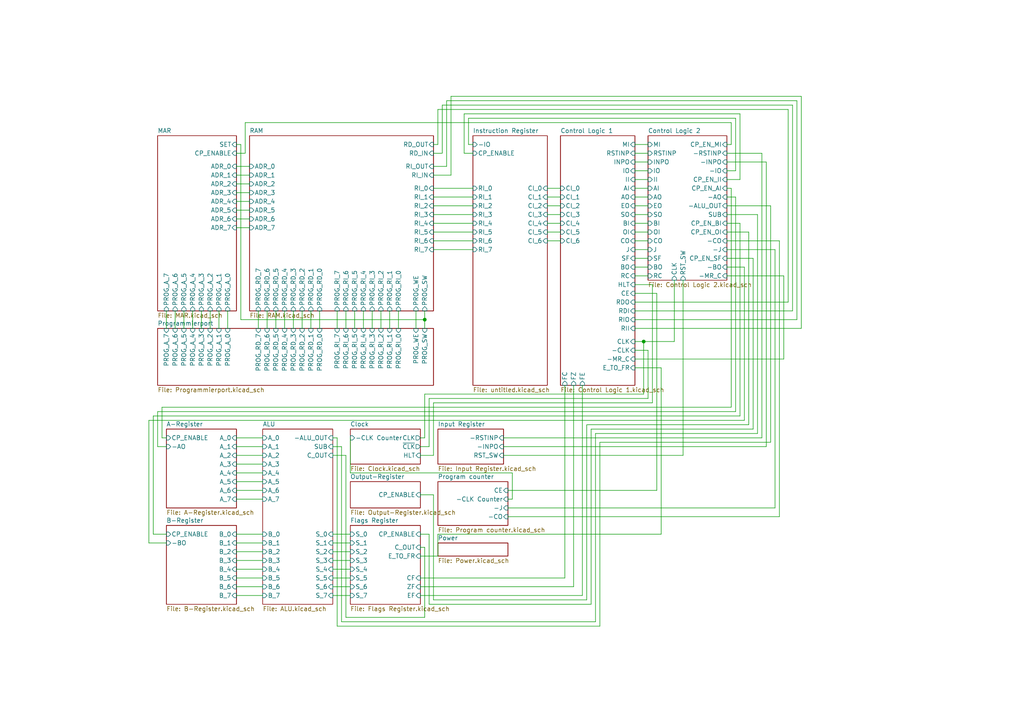
<source format=kicad_sch>
(kicad_sch (version 20230121) (generator eeschema)
  (paper "A4")
  (title_block (title "SAP-Extended") (date "2023-07-12") (rev "1"))
  (lib_symbols)
  (junction (at 123.19 92.71))
  (junction (at 186.69 99.06))
  (wire (pts (xy 124.46 175.26) (xy 171.45 175.26)))
  (wire (pts (xy 102.87 90.17) (xy 102.87 95.25)))
  (wire (pts (xy 68.58 58.42) (xy 72.39 58.42)))
  (wire (pts (xy 121.92 170.18) (xy 166.37 170.18)))
  (wire (pts (xy 123.19 114.3) (xy 186.69 114.3)))
  (wire (pts (xy 215.9 121.92) (xy 215.9 77.47)))
  (wire (pts (xy 113.03 90.17) (xy 113.03 95.25)))
  (wire (pts (xy 68.58 144.78) (xy 76.2 144.78)))
  (wire (pts (xy 124.46 115.57) (xy 187.96 115.57)))
  (wire (pts (xy 68.58 165.1) (xy 76.2 165.1)))
  (wire (pts (xy 184.15 67.31) (xy 187.96 67.31)))
  (wire (pts (xy 227.33 104.14) (xy 184.15 104.14)))
  (wire (pts (xy 158.75 57.15) (xy 162.56 57.15)))
  (wire (pts (xy 68.58 53.34) (xy 72.39 53.34)))
  (wire (pts (xy 195.58 81.28) (xy 195.58 99.06)))
  (wire (pts (xy 121.92 154.94) (xy 124.46 154.94)))
  (wire (pts (xy 69.85 92.71) (xy 123.19 92.71)))
  (wire (pts (xy 68.58 157.48) (xy 76.2 157.48)))
  (wire (pts (xy 184.15 49.53) (xy 187.96 49.53)))
  (wire (pts (xy 134.62 33.02) (xy 134.62 44.45)))
  (wire (pts (xy 130.81 27.94) (xy 130.81 50.8)))
  (wire (pts (xy 125.73 143.51) (xy 125.73 173.99)))
  (wire (pts (xy 68.58 154.94) (xy 76.2 154.94)))
  (wire (pts (xy 68.58 63.5) (xy 72.39 63.5)))
  (wire (pts (xy 184.15 72.39) (xy 187.96 72.39)))
  (wire (pts (xy 101.6 137.16) (xy 101.6 127)))
  (wire (pts (xy 46.99 127) (xy 46.99 118.11)))
  (wire (pts (xy 127 154.94) (xy 191.77 154.94)))
  (wire (pts (xy 121.92 158.75) (xy 123.19 158.75)))
  (wire (pts (xy 218.44 124.46) (xy 218.44 74.93)))
  (wire (pts (xy 224.79 72.39) (xy 210.82 72.39)))
  (wire (pts (xy 172.72 180.34) (xy 172.72 125.73)))
  (wire (pts (xy 184.15 62.23) (xy 187.96 62.23)))
  (wire (pts (xy 45.72 129.54) (xy 45.72 119.38)))
  (wire (pts (xy 158.75 59.69) (xy 162.56 59.69)))
  (wire (pts (xy 168.91 172.72) (xy 168.91 111.76)))
  (wire (pts (xy 163.83 111.76) (xy 163.83 167.64)))
  (wire (pts (xy 190.5 85.09) (xy 184.15 85.09)))
  (wire (pts (xy 134.62 44.45) (xy 137.16 44.45)))
  (wire (pts (xy 66.04 90.17) (xy 66.04 95.25)))
  (wire (pts (xy 48.26 90.17) (xy 48.26 95.25)))
  (wire (pts (xy 97.79 181.61) (xy 173.99 181.61)))
  (wire (pts (xy 80.01 90.17) (xy 80.01 95.25)))
  (wire (pts (xy 135.89 34.29) (xy 135.89 41.91)))
  (wire (pts (xy 68.58 142.24) (xy 76.2 142.24)))
  (wire (pts (xy 124.46 154.94) (xy 124.46 175.26)))
  (wire (pts (xy 191.77 106.68) (xy 191.77 154.94)))
  (wire (pts (xy 68.58 170.18) (xy 76.2 170.18)))
  (wire (pts (xy 127 31.75) (xy 127 41.91)))
  (wire (pts (xy 96.52 170.18) (xy 101.6 170.18)))
  (wire (pts (xy 170.18 123.19) (xy 217.17 123.19)))
  (wire (pts (xy 226.06 69.85) (xy 210.82 69.85)))
  (wire (pts (xy 147.32 144.78) (xy 148.59 144.78)))
  (wire (pts (xy 190.5 142.24) (xy 190.5 85.09)))
  (wire (pts (xy 189.23 82.55) (xy 184.15 82.55)))
  (wire (pts (xy 158.75 64.77) (xy 162.56 64.77)))
  (wire (pts (xy 107.95 90.17) (xy 107.95 95.25)))
  (wire (pts (xy 214.63 33.02) (xy 134.62 33.02)))
  (wire (pts (xy 68.58 60.96) (xy 72.39 60.96)))
  (wire (pts (xy 219.71 62.23) (xy 210.82 62.23)))
  (wire (pts (xy 171.45 124.46) (xy 218.44 124.46)))
  (wire (pts (xy 99.06 180.34) (xy 172.72 180.34)))
  (wire (pts (xy 121.92 129.54) (xy 124.46 129.54)))
  (wire (pts (xy 115.57 90.17) (xy 115.57 95.25)))
  (wire (pts (xy 100.33 132.08) (xy 96.52 132.08)))
  (wire (pts (xy 123.19 127) (xy 123.19 114.3)))
  (wire (pts (xy 48.26 129.54) (xy 45.72 129.54)))
  (wire (pts (xy 68.58 172.72) (xy 76.2 172.72)))
  (wire (pts (xy 96.52 129.54) (xy 99.06 129.54)))
  (wire (pts (xy 222.25 129.54) (xy 222.25 46.99)))
  (wire (pts (xy 68.58 132.08) (xy 76.2 132.08)))
  (wire (pts (xy 186.69 114.3) (xy 186.69 99.06)))
  (wire (pts (xy 100.33 179.07) (xy 100.33 132.08)))
  (wire (pts (xy 44.45 154.94) (xy 48.26 154.94)))
  (wire (pts (xy 212.09 118.11) (xy 212.09 54.61)))
  (wire (pts (xy 90.17 90.17) (xy 90.17 95.25)))
  (wire (pts (xy 130.81 27.94) (xy 232.41 27.94)))
  (wire (pts (xy 171.45 175.26) (xy 171.45 124.46)))
  (wire (pts (xy 172.72 125.73) (xy 219.71 125.73)))
  (wire (pts (xy 44.45 154.94) (xy 44.45 120.65)))
  (wire (pts (xy 127 31.75) (xy 228.6 31.75)))
  (wire (pts (xy 184.15 46.99) (xy 187.96 46.99)))
  (wire (pts (xy 97.79 90.17) (xy 97.79 95.25)))
  (wire (pts (xy 123.19 90.17) (xy 123.19 92.71)))
  (wire (pts (xy 125.73 59.69) (xy 137.16 59.69)))
  (wire (pts (xy 82.55 90.17) (xy 82.55 95.25)))
  (wire (pts (xy 68.58 137.16) (xy 76.2 137.16)))
  (wire (pts (xy 68.58 134.62) (xy 76.2 134.62)))
  (wire (pts (xy 184.15 59.69) (xy 187.96 59.69)))
  (wire (pts (xy 227.33 80.01) (xy 227.33 104.14)))
  (wire (pts (xy 229.87 90.17) (xy 229.87 30.48)))
  (wire (pts (xy 127 41.91) (xy 125.73 41.91)))
  (wire (pts (xy 213.36 49.53) (xy 213.36 34.29)))
  (wire (pts (xy 125.73 57.15) (xy 137.16 57.15)))
  (wire (pts (xy 212.09 35.56) (xy 212.09 41.91)))
  (wire (pts (xy 210.82 49.53) (xy 213.36 49.53)))
  (wire (pts (xy 232.41 95.25) (xy 232.41 27.94)))
  (wire (pts (xy 223.52 59.69) (xy 210.82 59.69)))
  (wire (pts (xy 127 161.29) (xy 127 154.94)))
  (wire (pts (xy 48.26 157.48) (xy 43.18 157.48)))
  (wire (pts (xy 128.27 30.48) (xy 128.27 44.45)))
  (wire (pts (xy 96.52 157.48) (xy 101.6 157.48)))
  (wire (pts (xy 184.15 87.63) (xy 228.6 87.63)))
  (wire (pts (xy 46.99 118.11) (xy 212.09 118.11)))
  (wire (pts (xy 195.58 99.06) (xy 186.69 99.06)))
  (wire (pts (xy 184.15 69.85) (xy 187.96 69.85)))
  (wire (pts (xy 128.27 30.48) (xy 229.87 30.48)))
  (wire (pts (xy 125.73 67.31) (xy 137.16 67.31)))
  (wire (pts (xy 217.17 123.19) (xy 217.17 67.31)))
  (wire (pts (xy 212.09 41.91) (xy 210.82 41.91)))
  (wire (pts (xy 146.05 127) (xy 220.98 127)))
  (wire (pts (xy 68.58 55.88) (xy 72.39 55.88)))
  (wire (pts (xy 125.73 69.85) (xy 137.16 69.85)))
  (wire (pts (xy 170.18 173.99) (xy 170.18 123.19)))
  (wire (pts (xy 217.17 67.31) (xy 210.82 67.31)))
  (wire (pts (xy 220.98 127) (xy 220.98 44.45)))
  (wire (pts (xy 125.73 64.77) (xy 137.16 64.77)))
  (wire (pts (xy 148.59 137.16) (xy 101.6 137.16)))
  (wire (pts (xy 213.36 119.38) (xy 213.36 57.15)))
  (wire (pts (xy 68.58 139.7) (xy 76.2 139.7)))
  (wire (pts (xy 44.45 120.65) (xy 214.63 120.65)))
  (wire (pts (xy 228.6 87.63) (xy 228.6 31.75)))
  (wire (pts (xy 220.98 44.45) (xy 210.82 44.45)))
  (wire (pts (xy 68.58 129.54) (xy 76.2 129.54)))
  (wire (pts (xy 128.27 44.45) (xy 125.73 44.45)))
  (wire (pts (xy 96.52 167.64) (xy 101.6 167.64)))
  (wire (pts (xy 105.41 90.17) (xy 105.41 95.25)))
  (wire (pts (xy 53.34 90.17) (xy 53.34 95.25)))
  (wire (pts (xy 213.36 57.15) (xy 210.82 57.15)))
  (wire (pts (xy 92.71 90.17) (xy 92.71 95.25)))
  (wire (pts (xy 218.44 74.93) (xy 210.82 74.93)))
  (wire (pts (xy 184.15 64.77) (xy 187.96 64.77)))
  (wire (pts (xy 71.12 35.56) (xy 212.09 35.56)))
  (wire (pts (xy 77.47 90.17) (xy 77.47 95.25)))
  (wire (pts (xy 125.73 132.08) (xy 125.73 116.84)))
  (wire (pts (xy 184.15 95.25) (xy 232.41 95.25)))
  (wire (pts (xy 43.18 157.48) (xy 43.18 121.92)))
  (wire (pts (xy 214.63 52.07) (xy 214.63 33.02)))
  (wire (pts (xy 173.99 128.27) (xy 223.52 128.27)))
  (wire (pts (xy 68.58 48.26) (xy 72.39 48.26)))
  (wire (pts (xy 146.05 129.54) (xy 222.25 129.54)))
  (wire (pts (xy 187.96 115.57) (xy 187.96 101.6)))
  (wire (pts (xy 130.81 50.8) (xy 125.73 50.8)))
  (wire (pts (xy 223.52 128.27) (xy 223.52 59.69)))
  (wire (pts (xy 97.79 127) (xy 97.79 181.61)))
  (wire (pts (xy 68.58 66.04) (xy 72.39 66.04)))
  (wire (pts (xy 120.65 90.17) (xy 120.65 95.25)))
  (wire (pts (xy 121.92 143.51) (xy 125.73 143.51)))
  (wire (pts (xy 69.85 41.91) (xy 69.85 92.71)))
  (wire (pts (xy 135.89 41.91) (xy 137.16 41.91)))
  (wire (pts (xy 129.54 29.21) (xy 231.14 29.21)))
  (wire (pts (xy 184.15 41.91) (xy 187.96 41.91)))
  (wire (pts (xy 60.96 90.17) (xy 60.96 95.25)))
  (wire (pts (xy 99.06 129.54) (xy 99.06 180.34)))
  (wire (pts (xy 68.58 50.8) (xy 72.39 50.8)))
  (wire (pts (xy 125.73 116.84) (xy 189.23 116.84)))
  (wire (pts (xy 184.15 54.61) (xy 187.96 54.61)))
  (wire (pts (xy 184.15 80.01) (xy 187.96 80.01)))
  (wire (pts (xy 186.69 99.06) (xy 184.15 99.06)))
  (wire (pts (xy 121.92 127) (xy 123.19 127)))
  (wire (pts (xy 121.92 167.64) (xy 163.83 167.64)))
  (wire (pts (xy 125.73 72.39) (xy 137.16 72.39)))
  (wire (pts (xy 63.5 90.17) (xy 63.5 95.25)))
  (wire (pts (xy 158.75 67.31) (xy 162.56 67.31)))
  (wire (pts (xy 184.15 106.68) (xy 191.77 106.68)))
  (wire (pts (xy 158.75 54.61) (xy 162.56 54.61)))
  (wire (pts (xy 173.99 181.61) (xy 173.99 128.27)))
  (wire (pts (xy 226.06 149.86) (xy 226.06 69.85)))
  (wire (pts (xy 222.25 46.99) (xy 210.82 46.99)))
  (wire (pts (xy 214.63 64.77) (xy 210.82 64.77)))
  (wire (pts (xy 43.18 121.92) (xy 215.9 121.92)))
  (wire (pts (xy 96.52 172.72) (xy 101.6 172.72)))
  (wire (pts (xy 147.32 149.86) (xy 226.06 149.86)))
  (wire (pts (xy 50.8 90.17) (xy 50.8 95.25)))
  (wire (pts (xy 68.58 167.64) (xy 76.2 167.64)))
  (wire (pts (xy 45.72 119.38) (xy 213.36 119.38)))
  (wire (pts (xy 214.63 120.65) (xy 214.63 64.77)))
  (wire (pts (xy 87.63 90.17) (xy 87.63 95.25)))
  (wire (pts (xy 74.93 90.17) (xy 74.93 95.25)))
  (wire (pts (xy 96.52 127) (xy 97.79 127)))
  (wire (pts (xy 166.37 170.18) (xy 166.37 111.76)))
  (wire (pts (xy 231.14 92.71) (xy 231.14 29.21)))
  (wire (pts (xy 129.54 29.21) (xy 129.54 48.26)))
  (wire (pts (xy 184.15 90.17) (xy 229.87 90.17)))
  (wire (pts (xy 96.52 165.1) (xy 101.6 165.1)))
  (wire (pts (xy 68.58 127) (xy 76.2 127)))
  (wire (pts (xy 100.33 90.17) (xy 100.33 95.25)))
  (wire (pts (xy 158.75 62.23) (xy 162.56 62.23)))
  (wire (pts (xy 68.58 44.45) (xy 71.12 44.45)))
  (wire (pts (xy 219.71 125.73) (xy 219.71 62.23)))
  (wire (pts (xy 224.79 147.32) (xy 224.79 72.39)))
  (wire (pts (xy 158.75 69.85) (xy 162.56 69.85)))
  (wire (pts (xy 184.15 52.07) (xy 187.96 52.07)))
  (wire (pts (xy 96.52 160.02) (xy 101.6 160.02)))
  (wire (pts (xy 146.05 132.08) (xy 198.12 132.08)))
  (wire (pts (xy 123.19 179.07) (xy 100.33 179.07)))
  (wire (pts (xy 125.73 62.23) (xy 137.16 62.23)))
  (wire (pts (xy 123.19 158.75) (xy 123.19 179.07)))
  (wire (pts (xy 96.52 154.94) (xy 101.6 154.94)))
  (wire (pts (xy 85.09 90.17) (xy 85.09 95.25)))
  (wire (pts (xy 125.73 173.99) (xy 170.18 173.99)))
  (wire (pts (xy 210.82 80.01) (xy 227.33 80.01)))
  (wire (pts (xy 125.73 54.61) (xy 137.16 54.61)))
  (wire (pts (xy 148.59 144.78) (xy 148.59 137.16)))
  (wire (pts (xy 71.12 44.45) (xy 71.12 35.56)))
  (wire (pts (xy 123.19 92.71) (xy 123.19 95.25)))
  (wire (pts (xy 68.58 41.91) (xy 69.85 41.91)))
  (wire (pts (xy 68.58 160.02) (xy 76.2 160.02)))
  (wire (pts (xy 184.15 92.71) (xy 231.14 92.71)))
  (wire (pts (xy 189.23 116.84) (xy 189.23 82.55)))
  (wire (pts (xy 213.36 34.29) (xy 135.89 34.29)))
  (wire (pts (xy 68.58 162.56) (xy 76.2 162.56)))
  (wire (pts (xy 184.15 44.45) (xy 187.96 44.45)))
  (wire (pts (xy 212.09 54.61) (xy 210.82 54.61)))
  (wire (pts (xy 58.42 90.17) (xy 58.42 95.25)))
  (wire (pts (xy 210.82 52.07) (xy 214.63 52.07)))
  (wire (pts (xy 121.92 172.72) (xy 168.91 172.72)))
  (wire (pts (xy 215.9 77.47) (xy 210.82 77.47)))
  (wire (pts (xy 147.32 142.24) (xy 190.5 142.24)))
  (wire (pts (xy 184.15 77.47) (xy 187.96 77.47)))
  (wire (pts (xy 184.15 57.15) (xy 187.96 57.15)))
  (wire (pts (xy 121.92 132.08) (xy 125.73 132.08)))
  (wire (pts (xy 124.46 129.54) (xy 124.46 115.57)))
  (wire (pts (xy 55.88 90.17) (xy 55.88 95.25)))
  (wire (pts (xy 187.96 101.6) (xy 184.15 101.6)))
  (wire (pts (xy 147.32 147.32) (xy 224.79 147.32)))
  (wire (pts (xy 184.15 74.93) (xy 187.96 74.93)))
  (wire (pts (xy 129.54 48.26) (xy 125.73 48.26)))
  (wire (pts (xy 198.12 132.08) (xy 198.12 81.28)))
  (wire (pts (xy 121.92 161.29) (xy 127 161.29)))
  (wire (pts (xy 48.26 127) (xy 46.99 127)))
  (wire (pts (xy 96.52 162.56) (xy 101.6 162.56)))
  (wire (pts (xy 110.49 90.17) (xy 110.49 95.25)))
  (sheet (at 162.56 39.37) (size 21.59 72.39) (stroke (width 0.1524))
    (property "Sheetname" "Control Logic 1" (at 162.56 38.6584 0) (effects (justify left bottom)))
    (property "Sheetfile" "Control Logic 1.kicad_sch" (at 162.56 112.3446 0) (effects (justify left top)))
    (pin "RIO" input (at 184.15 92.71 0))
    (pin "RSTINP" input (at 184.15 44.45 0))
    (pin "INPO" input (at 184.15 46.99 0))
    (pin "BO" input (at 184.15 77.47 0))
    (pin "SF" input (at 184.15 74.93 0))
    (pin "RC" input (at 184.15 80.01 0))
    (pin "CE" input (at 184.15 85.09 0))
    (pin "RII" input (at 184.15 95.25 0))
    (pin "CO" input (at 184.15 69.85 0))
    (pin "J" input (at 184.15 72.39 0))
    (pin "OI" input (at 184.15 67.31 0))
    (pin "BI" input (at 184.15 64.77 0))
    (pin "EO" input (at 184.15 59.69 0))
    (pin "SO" input (at 184.15 62.23 0))
    (pin "II" input (at 184.15 52.07 0))
    (pin "IO" input (at 184.15 49.53 0))
    (pin "AI" input (at 184.15 54.61 0))
    (pin "AO" input (at 184.15 57.15 0))
    (pin "RDO" input (at 184.15 87.63 0))
    (pin "RDI" input (at 184.15 90.17 0))
    (pin "HLT" input (at 184.15 82.55 0))
    (pin "MI" input (at 184.15 41.91 0))
    (pin "CI_2" input (at 162.56 59.69 180))
    (pin "CI_0" input (at 162.56 54.61 180))
    (pin "CI_4" input (at 162.56 64.77 180))
    (pin "CI_3" input (at 162.56 62.23 180))
    (pin "CI_1" input (at 162.56 57.15 180))
    (pin "CI_5" input (at 162.56 67.31 180))
    (pin "CI_6" input (at 162.56 69.85 180))
    (pin "-MR_C" input (at 184.15 104.14 0))
    (pin "-CLK" input (at 184.15 101.6 0))
    (pin "FZ" input (at 166.37 111.76 270))
    (pin "FC" input (at 163.83 111.76 270))
    (pin "CLK" input (at 184.15 99.06 0))
    (pin "FE" input (at 168.91 111.76 270))
    (pin "E_TO_FR" input (at 184.15 106.68 0))
  )
  (sheet (at 127 157.48) (size 20.32 3.81) (stroke (width 0.1524))
    (property "Sheetname" "Power" (at 127 156.7684 0) (effects (justify left bottom)))
    (property "Sheetfile" "Power.kicad_sch" (at 127 161.8746 0) (effects (justify left top)))
  )
  (sheet (at 48.26 124.46) (size 20.32 22.86) (stroke (width 0.1524))
    (property "Sheetname" "A-Register" (at 48.26 123.7484 0) (effects (justify left bottom)))
    (property "Sheetfile" "A-Register.kicad_sch" (at 48.26 147.9046 0) (effects (justify left top)))
    (pin "A_0" input (at 68.58 127 0))
    (pin "A_1" input (at 68.58 129.54 0))
    (pin "A_2" input (at 68.58 132.08 0))
    (pin "A_3" input (at 68.58 134.62 0))
    (pin "A_4" input (at 68.58 137.16 0))
    (pin "A_5" input (at 68.58 139.7 0))
    (pin "A_6" input (at 68.58 142.24 0))
    (pin "A_7" input (at 68.58 144.78 0))
    (pin "CP_ENABLE" input (at 48.26 127 180))
    (pin "-AO" input (at 48.26 129.54 180))
  )
  (sheet (at 101.6 124.46) (size 20.32 10.16) (stroke (width 0.1524))
    (property "Sheetname" "Clock" (at 101.6 123.7484 0) (effects (justify left bottom)))
    (property "Sheetfile" "Clock.kicad_sch" (at 101.6 135.2046 0) (effects (justify left top)))
    (pin "CLK" output (at 121.92 127 0))
    (pin "~{CLK}" output (at 121.92 129.54 0))
    (pin "HLT" input (at 121.92 132.08 0))
    (pin "-CLK Counter" input (at 101.6 127 180))
  )
  (sheet (at 137.16 39.37) (size 21.59 72.39) (stroke (width 0.1524))
    (property "Sheetname" "Instruction Register" (at 137.16 38.6584 0) (effects (justify left bottom)))
    (property "Sheetfile" "untitled.kicad_sch" (at 137.16 112.3446 0) (effects (justify left top)))
    (pin "RI_1" input (at 137.16 57.15 180))
    (pin "RI_2" input (at 137.16 59.69 180))
    (pin "RI_3" input (at 137.16 62.23 180))
    (pin "RI_4" input (at 137.16 64.77 180))
    (pin "RI_5" input (at 137.16 67.31 180))
    (pin "RI_6" input (at 137.16 69.85 180))
    (pin "RI_7" input (at 137.16 72.39 180))
    (pin "RI_0" input (at 137.16 54.61 180))
    (pin "-IO" input (at 137.16 41.91 180))
    (pin "CP_ENABLE" input (at 137.16 44.45 180))
    (pin "CI_2" input (at 158.75 59.69 0))
    (pin "CI_1" input (at 158.75 57.15 0))
    (pin "CI_0" input (at 158.75 54.61 0))
    (pin "CI_3" input (at 158.75 62.23 0))
    (pin "CI_6" input (at 158.75 69.85 0))
    (pin "CI_5" input (at 158.75 67.31 0))
    (pin "CI_4" input (at 158.75 64.77 0))
  )
  (sheet (at 45.72 95.25) (size 80.01 16.51) (stroke (width 0.1524))
    (property "Sheetname" "Programmierport" (at 45.72 94.5384 0) (effects (justify left bottom)))
    (property "Sheetfile" "Programmierport.kicad_sch" (at 45.72 112.3446 0) (effects (justify left top)))
    (pin "PROG_A_5" input (at 53.34 95.25 90))
    (pin "PROG_RI_7" input (at 97.79 95.25 90))
    (pin "PROG_A_6" input (at 50.8 95.25 90))
    (pin "PROG_A_7" input (at 48.26 95.25 90))
    (pin "PROG_A_0" input (at 66.04 95.25 90))
    (pin "PROG_RI_6" input (at 100.33 95.25 90))
    (pin "PROG_WE" input (at 120.65 95.25 90))
    (pin "PROG_SW" input (at 123.19 95.25 90))
    (pin "PROG_A_3" input (at 58.42 95.25 90))
    (pin "PROG_A_4" input (at 55.88 95.25 90))
    (pin "PROG_A_2" input (at 60.96 95.25 90))
    (pin "PROG_A_1" input (at 63.5 95.25 90))
    (pin "PROG_RI_2" input (at 110.49 95.25 90))
    (pin "PROG_RI_3" input (at 107.95 95.25 90))
    (pin "PROG_RI_4" input (at 105.41 95.25 90))
    (pin "PROG_RI_5" input (at 102.87 95.25 90))
    (pin "PROG_RD_0" input (at 92.71 95.25 90))
    (pin "PROG_RD_1" input (at 90.17 95.25 90))
    (pin "PROG_RD_2" input (at 87.63 95.25 90))
    (pin "PROG_RD_3" input (at 85.09 95.25 90))
    (pin "PROG_RD_4" input (at 82.55 95.25 90))
    (pin "PROG_RD_5" input (at 80.01 95.25 90))
    (pin "PROG_RD_6" input (at 77.47 95.25 90))
    (pin "PROG_RD_7" input (at 74.93 95.25 90))
    (pin "PROG_RI_0" input (at 115.57 95.25 90))
    (pin "PROG_RI_1" input (at 113.03 95.25 90))
  )
  (sheet (at 72.39 39.37) (size 53.34 50.8) (stroke (width 0.1524))
    (property "Sheetname" "RAM" (at 72.39 38.6584 0) (effects (justify left bottom)))
    (property "Sheetfile" "RAM.kicad_sch" (at 72.39 90.7546 0) (effects (justify left top)))
    (pin "ADR_7" input (at 72.39 66.04 180))
    (pin "ADR_4" input (at 72.39 58.42 180))
    (pin "ADR_5" input (at 72.39 60.96 180))
    (pin "ADR_6" input (at 72.39 63.5 180))
    (pin "ADR_0" input (at 72.39 48.26 180))
    (pin "ADR_2" input (at 72.39 53.34 180))
    (pin "ADR_1" input (at 72.39 50.8 180))
    (pin "ADR_3" input (at 72.39 55.88 180))
    (pin "PROG_RI_1" input (at 113.03 90.17 270))
    (pin "PROG_RI_7" input (at 97.79 90.17 270))
    (pin "PROG_RI_4" input (at 105.41 90.17 270))
    (pin "PROG_RI_5" input (at 102.87 90.17 270))
    (pin "PROG_RI_3" input (at 107.95 90.17 270))
    (pin "PROG_RI_6" input (at 100.33 90.17 270))
    (pin "PROG_RI_2" input (at 110.49 90.17 270))
    (pin "PROG_RI_0" input (at 115.57 90.17 270))
    (pin "RI_OUT" input (at 125.73 48.26 0))
    (pin "PROG_RD_7" input (at 74.93 90.17 270))
    (pin "PROG_RD_5" input (at 80.01 90.17 270))
    (pin "PROG_RD_6" input (at 77.47 90.17 270))
    (pin "PROG_RD_0" input (at 92.71 90.17 270))
    (pin "PROG_RD_4" input (at 82.55 90.17 270))
    (pin "PROG_RD_2" input (at 87.63 90.17 270))
    (pin "PROG_RD_3" input (at 85.09 90.17 270))
    (pin "PROG_RD_1" input (at 90.17 90.17 270))
    (pin "RD_IN" input (at 125.73 44.45 0))
    (pin "PROG_WE" input (at 120.65 90.17 270))
    (pin "RI_IN" input (at 125.73 50.8 0))
    (pin "PROG_SW" input (at 123.19 90.17 270))
    (pin "RD_OUT" input (at 125.73 41.91 0))
    (pin "RI_5" input (at 125.73 67.31 0))
    (pin "RI_6" input (at 125.73 69.85 0))
    (pin "RI_7" input (at 125.73 72.39 0))
    (pin "RI_1" input (at 125.73 57.15 0))
    (pin "RI_2" input (at 125.73 59.69 0))
    (pin "RI_3" input (at 125.73 62.23 0))
    (pin "RI_4" input (at 125.73 64.77 0))
    (pin "RI_0" input (at 125.73 54.61 0))
  )
  (sheet (at 127 124.46) (size 19.05 10.16) (stroke (width 0.1524))
    (property "Sheetname" "Input Register" (at 127 123.7484 0) (effects (justify left bottom)))
    (property "Sheetfile" "Input Register.kicad_sch" (at 127 135.2046 0) (effects (justify left top)))
    (pin "-RSTINP" input (at 146.05 127 0))
    (pin "-INPO" input (at 146.05 129.54 0))
    (pin "RST_SW" input (at 146.05 132.08 0))
  )
  (sheet (at 127 139.7) (size 20.32 12.7) (stroke (width 0.1524))
    (property "Sheetname" "Program counter" (at 127 138.9884 0) (effects (justify left bottom)))
    (property "Sheetfile" "Program counter.kicad_sch" (at 127 152.9846 0) (effects (justify left top)))
    (pin "-J" input (at 147.32 147.32 0))
    (pin "CE" input (at 147.32 142.24 0))
    (pin "-CO" input (at 147.32 149.86 0))
    (pin "-CLK Counter" input (at 147.32 144.78 0))
  )
  (sheet (at 187.96 39.37) (size 22.86 41.91) (stroke (width 0.1524))
    (property "Sheetname" "Control Logic 2" (at 187.96 38.6584 0) (effects (justify left bottom)))
    (property "Sheetfile" "Control Logic 2.kicad_sch" (at 187.96 81.8646 0) (effects (justify left top)))
    (pin "-INPO" input (at 210.82 46.99 0))
    (pin "INPO" input (at 187.96 46.99 180))
    (pin "MI" input (at 187.96 41.91 180))
    (pin "CLK" input (at 195.58 81.28 270))
    (pin "CP_EN_MI" input (at 210.82 41.91 0))
    (pin "IO" input (at 187.96 49.53 180))
    (pin "-IO" input (at 210.82 49.53 0))
    (pin "CP_EN_II" input (at 210.82 52.07 0))
    (pin "II" input (at 187.96 52.07 180))
    (pin "AI" input (at 187.96 54.61 180))
    (pin "CP_EN_AI" input (at 210.82 54.61 0))
    (pin "AO" input (at 187.96 57.15 180))
    (pin "-AO" input (at 210.82 57.15 0))
    (pin "SO" input (at 187.96 62.23 180))
    (pin "SUB" input (at 210.82 62.23 0))
    (pin "EO" input (at 187.96 59.69 180))
    (pin "-ALU_OUT" input (at 210.82 59.69 0))
    (pin "CP_EN_BI" input (at 210.82 64.77 0))
    (pin "BI" input (at 187.96 64.77 180))
    (pin "CP_EN_OI" input (at 210.82 67.31 0))
    (pin "OI" input (at 187.96 67.31 180))
    (pin "CO" input (at 187.96 69.85 180))
    (pin "-CO" input (at 210.82 69.85 0))
    (pin "J" input (at 187.96 72.39 180))
    (pin "-J" input (at 210.82 72.39 0))
    (pin "CP_EN_SF" input (at 210.82 74.93 0))
    (pin "SF" input (at 187.96 74.93 180))
    (pin "BO" input (at 187.96 77.47 180))
    (pin "-BO" input (at 210.82 77.47 0))
    (pin "RC" input (at 187.96 80.01 180))
    (pin "-MR_C" input (at 210.82 80.01 0))
    (pin "-RSTINP" input (at 210.82 44.45 0))
    (pin "RSTINP" input (at 187.96 44.45 180))
    (pin "RST_SW" input (at 198.12 81.28 270))
  )
  (sheet (at 101.6 152.4) (size 20.32 22.86) (stroke (width 0.1524))
    (property "Sheetname" "Flags Register" (at 101.6 151.6884 0) (effects (justify left bottom)))
    (property "Sheetfile" "Flags Register.kicad_sch" (at 101.6 175.8446 0) (effects (justify left top)))
    (pin "S_7" input (at 101.6 172.72 180))
    (pin "S_4" input (at 101.6 165.1 180))
    (pin "S_5" input (at 101.6 167.64 180))
    (pin "S_6" input (at 101.6 170.18 180))
    (pin "S_1" input (at 101.6 157.48 180))
    (pin "S_3" input (at 101.6 162.56 180))
    (pin "S_2" input (at 101.6 160.02 180))
    (pin "S_0" input (at 101.6 154.94 180))
    (pin "C_OUT" input (at 121.92 158.75 0))
    (pin "CP_ENABLE" input (at 121.92 154.94 0))
    (pin "E_TO_FR" input (at 121.92 161.29 0))
    (pin "CF" input (at 121.92 167.64 0))
    (pin "EF" input (at 121.92 172.72 0))
    (pin "ZF" input (at 121.92 170.18 0))
  )
  (sheet (at 101.6 139.7) (size 20.32 7.62) (stroke (width 0.1524))
    (property "Sheetname" "Output-Register" (at 101.6 138.9884 0) (effects (justify left bottom)))
    (property "Sheetfile" "Output-Register.kicad_sch" (at 101.6 147.9046 0) (effects (justify left top)))
    (pin "CP_ENABLE" input (at 121.92 143.51 0))
  )
  (sheet (at 48.26 152.4) (size 20.32 22.86) (stroke (width 0.1524))
    (property "Sheetname" "B-Register" (at 48.26 151.6884 0) (effects (justify left bottom)))
    (property "Sheetfile" "B-Register.kicad_sch" (at 48.26 175.8446 0) (effects (justify left top)))
    (pin "-BO" input (at 48.26 157.48 180))
    (pin "B_4" input (at 68.58 165.1 0))
    (pin "B_5" input (at 68.58 167.64 0))
    (pin "B_6" input (at 68.58 170.18 0))
    (pin "B_7" input (at 68.58 172.72 0))
    (pin "B_0" input (at 68.58 154.94 0))
    (pin "B_1" input (at 68.58 157.48 0))
    (pin "B_2" input (at 68.58 160.02 0))
    (pin "B_3" input (at 68.58 162.56 0))
    (pin "CP_ENABLE" input (at 48.26 154.94 180))
  )
  (sheet (at 45.72 39.37) (size 22.86 50.8) (stroke (width 0.1524))
    (property "Sheetname" "MAR" (at 45.72 38.6584 0) (effects (justify left bottom)))
    (property "Sheetfile" "MAR.kicad_sch" (at 45.72 90.7546 0) (effects (justify left top)))
    (pin "PROG_A_7" input (at 48.26 90.17 270))
    (pin "SET" input (at 68.58 41.91 0))
    (pin "PROG_A_5" input (at 53.34 90.17 270))
    (pin "PROG_A_6" input (at 50.8 90.17 270))
    (pin "ADR_7" input (at 68.58 66.04 0))
    (pin "ADR_5" input (at 68.58 60.96 0))
    (pin "ADR_6" input (at 68.58 63.5 0))
    (pin "ADR_4" input (at 68.58 58.42 0))
    (pin "PROG_A_3" input (at 58.42 90.17 270))
    (pin "PROG_A_4" input (at 55.88 90.17 270))
    (pin "CP_ENABLE" input (at 68.58 44.45 0))
    (pin "PROG_A_0" input (at 66.04 90.17 270))
    (pin "PROG_A_1" input (at 63.5 90.17 270))
    (pin "PROG_A_2" input (at 60.96 90.17 270))
    (pin "ADR_0" input (at 68.58 48.26 0))
    (pin "ADR_2" input (at 68.58 53.34 0))
    (pin "ADR_1" input (at 68.58 50.8 0))
    (pin "ADR_3" input (at 68.58 55.88 0))
  )
  (sheet (at 76.2 124.46) (size 20.32 50.8) (stroke (width 0.1524))
    (property "Sheetname" "ALU" (at 76.2 123.7484 0) (effects (justify left bottom)))
    (property "Sheetfile" "ALU.kicad_sch" (at 76.2 175.8446 0) (effects (justify left top)))
    (pin "-ALU_OUT" input (at 96.52 127 0))
    (pin "A_3" input (at 76.2 134.62 180))
    (pin "B_6" input (at 76.2 170.18 180))
    (pin "B_7" input (at 76.2 172.72 180))
    (pin "A_2" input (at 76.2 132.08 180))
    (pin "A_1" input (at 76.2 129.54 180))
    (pin "A_5" input (at 76.2 139.7 180))
    (pin "A_4" input (at 76.2 137.16 180))
    (pin "A_7" input (at 76.2 144.78 180))
    (pin "A_6" input (at 76.2 142.24 180))
    (pin "SUB" input (at 96.52 129.54 0))
    (pin "B_3" input (at 76.2 162.56 180))
    (pin "B_0" input (at 76.2 154.94 180))
    (pin "B_1" input (at 76.2 157.48 180))
    (pin "B_2" input (at 76.2 160.02 180))
    (pin "C_OUT" input (at 96.52 132.08 0))
    (pin "A_0" input (at 76.2 127 180))
    (pin "B_4" input (at 76.2 165.1 180))
    (pin "B_5" input (at 76.2 167.64 180))
    (pin "S_0" input (at 96.52 154.94 0))
    (pin "S_1" input (at 96.52 157.48 0))
    (pin "S_2" input (at 96.52 160.02 0))
    (pin "S_3" input (at 96.52 162.56 0))
    (pin "S_4" input (at 96.52 165.1 0))
    (pin "S_5" input (at 96.52 167.64 0))
    (pin "S_6" input (at 96.52 170.18 0))
    (pin "S_7" input (at 96.52 172.72 0))
  )
)
</source>
